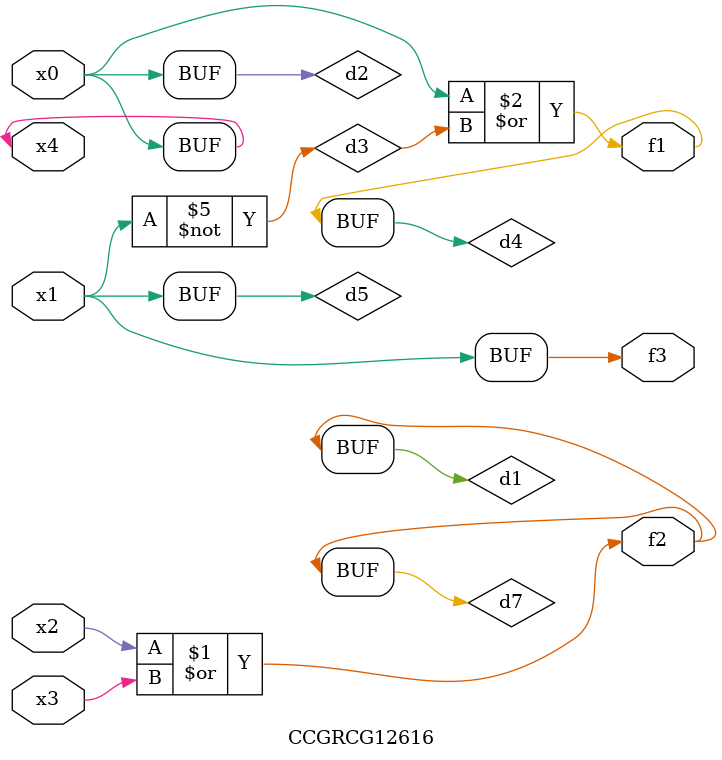
<source format=v>
module CCGRCG12616(
	input x0, x1, x2, x3, x4,
	output f1, f2, f3
);

	wire d1, d2, d3, d4, d5, d6, d7;

	or (d1, x2, x3);
	buf (d2, x0, x4);
	not (d3, x1);
	or (d4, d2, d3);
	not (d5, d3);
	nand (d6, d1, d3);
	or (d7, d1);
	assign f1 = d4;
	assign f2 = d7;
	assign f3 = d5;
endmodule

</source>
